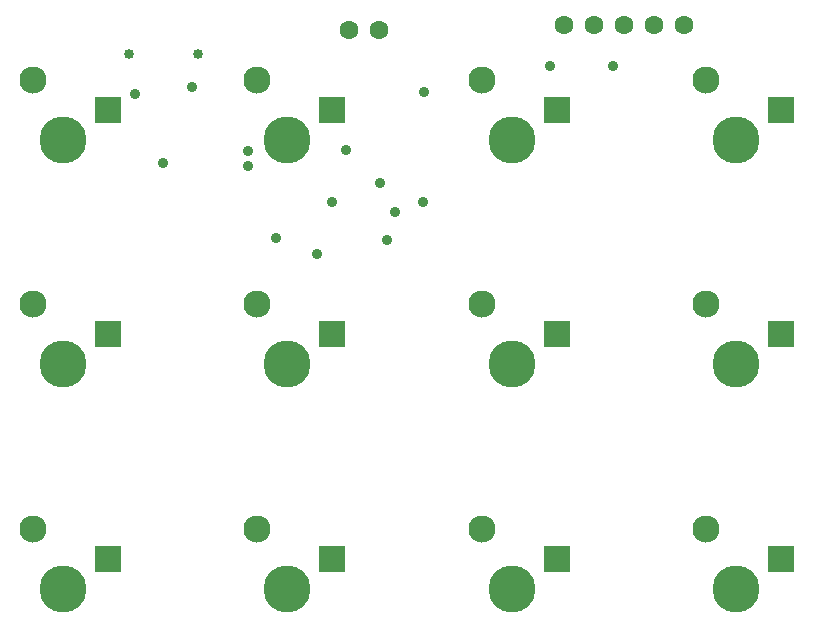
<source format=gbs>
G04*
G04 #@! TF.GenerationSoftware,Altium Limited,Altium Designer,19.1.8 (144)*
G04*
G04 Layer_Color=16711935*
%FSLAX42Y42*%
%MOMM*%
G71*
G01*
G75*
%ADD24C,0.85*%
%ADD25C,1.60*%
%ADD26C,2.30*%
%ADD27R,2.30X2.30*%
%ADD28C,3.99*%
%ADD29C,0.90*%
D24*
X-1711Y2625D02*
D03*
X-2289D02*
D03*
D25*
X-173Y2825D02*
D03*
X-427D02*
D03*
X1392Y2875D02*
D03*
X1646D02*
D03*
X1900D02*
D03*
X2154D02*
D03*
X2408D02*
D03*
D26*
X-1204Y2408D02*
D03*
X-3104D02*
D03*
Y508D02*
D03*
X-1204D02*
D03*
X-3104Y-1392D02*
D03*
X-1204D02*
D03*
X696D02*
D03*
X2596D02*
D03*
X696Y508D02*
D03*
X2596D02*
D03*
Y2408D02*
D03*
X696D02*
D03*
D27*
X-569Y2154D02*
D03*
X-2469D02*
D03*
Y254D02*
D03*
X-569D02*
D03*
X-2469Y-1646D02*
D03*
X-569D02*
D03*
X1331D02*
D03*
X3231D02*
D03*
X1331Y254D02*
D03*
X3231D02*
D03*
Y2154D02*
D03*
X1331D02*
D03*
D28*
X-950Y1900D02*
D03*
X-2850D02*
D03*
Y-0D02*
D03*
X-950D02*
D03*
X-2850Y-1900D02*
D03*
X-950D02*
D03*
X950D02*
D03*
X2850D02*
D03*
X950Y-0D02*
D03*
X2850D02*
D03*
Y1900D02*
D03*
X950D02*
D03*
D29*
X-40Y1290D02*
D03*
X-1760Y2350D02*
D03*
X1810Y2520D02*
D03*
X1270D02*
D03*
X-2240Y2290D02*
D03*
X-700Y930D02*
D03*
X-1050Y1070D02*
D03*
X210Y2300D02*
D03*
X200Y1370D02*
D03*
X-1280Y1680D02*
D03*
Y1800D02*
D03*
X-170Y1530D02*
D03*
X-110Y1050D02*
D03*
X-450Y1810D02*
D03*
X-570Y1370D02*
D03*
X-2000Y1700D02*
D03*
M02*

</source>
